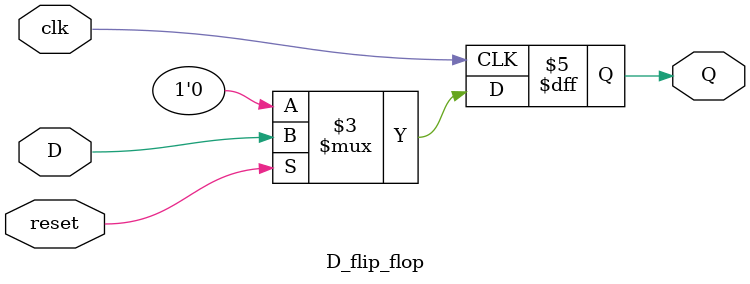
<source format=v>
`timescale 1ns / 1ps
module Jump_Control_Block(
    input [15:0] jmp_address_pm,
    input [15:0] current_address,
    input [5:0] op,
    input [1:0] flag_ex,
    input interrupt,
    input clk,
    input reset,
    output [15:0] jmp_loc,
    output pc_mux_sel
    );
	 
	 wire JV, JNV, JZ, JNZ, JMP, RET;
	 
	 assign JV = (~op[0] & ~op[1] & op[2] & op[3] & op[4] & ~op[5]);
	 assign JNV = (op[0] & ~op[1] & op[2] & op[3] & op[4] & ~op[5]);
	 assign JZ = (~op[0] & op[1] & op[2] & op[3] & op[4] & ~op[5]);
	 assign JNZ = (op[0] & op[1] & op[2] & op[3] & op[4] & ~op[5]);
	 assign JMP = (~op[0] & ~op[1] & ~op[2] & op[3] & op[4] & ~op[5]);
	 assign RET = (~op[0] & ~op[1] & ~op[2] & ~op[3] & op[4] & ~op[5]);
	 
	 wire ff_out2, ff_out1;
	 wire [1:0]mux_flag_ex1 ;
	 wire [1:0]mux_flag_ex2;
	 wire [1:0]flag_ex_reg;
	 reg [1:0]fex_reg_temp;
	 //wire [1:0]fex_reg_tempin;
	 wire and1, and2, and3, and4;
	 //wire [15:0]cout;
	 wire [15:0]jmp_mux;
	 wire [15:0]ca_mux1;
    wire [15:0]ca_mux2; 
	 reg [15:0]ca_reg_temp;
	 //wire [15:0]ca_reg_tempin;
	 reg [15:0]ca_reg;
	 
	 
	 D_flip_flop D1(interrupt, clk, ff_out1, reset);
	 D_flip_flop D2(ff_out1, clk, ff_out2, reset);
	 
	 assign jmp_mux = (ff_out1==1'b1) ? 16'hF000 : jmp_address_pm;
	 assign ca_mux1 = (interrupt==1'b1) ? (current_address + 1'b1 ): ca_reg_temp;
	 //assign ca_reg = ca_mux1;)
	 assign ca_mux2 = (RET==1) ? ca_reg_temp : jmp_mux;
	 assign jmp_loc = ca_mux2;
	
	 
	 assign mux_flag_ex1 = (ff_out2 == 1'b1) ? flag_ex : fex_reg_temp ;
	 //assign flag_ex_reg = mux_flag_ex1;
	 assign mux_flag_ex2 = (RET == 1'b1) ? fex_reg_temp : flag_ex ;
	 
	 
	 assign and1 = (JV & mux_flag_ex2[0]);
	 assign and2 = (JNV & ~mux_flag_ex2[0]);
	 assign and3 = (JZ & mux_flag_ex2[1]);
	 assign and4 = (JNZ & ~mux_flag_ex2[1]);
	 
	 assign pc_mux_sel = ( and1 | and2 | and3 | and4 | JMP | RET | ff_out1 );
	 
	 
	 
	 always@(posedge clk)
	 begin
	 
	  if(reset)
		begin
		fex_reg_temp <= mux_flag_ex1;
		ca_reg_temp <= ca_mux1;
	   end
	  else
	   begin
		fex_reg_temp <= 0;
		ca_reg_temp <= 0;
		end
		
	 end
	 
	 
	 
endmodule

module D_flip_flop(
	input D ,
	input clk,
	output reg Q ,
	input reset
	);

	always@(posedge clk)
	begin
	if(reset)
	begin
	Q <= D ;
	end
	else
	begin
	Q <= 0;
	end
	end
	
endmodule

</source>
